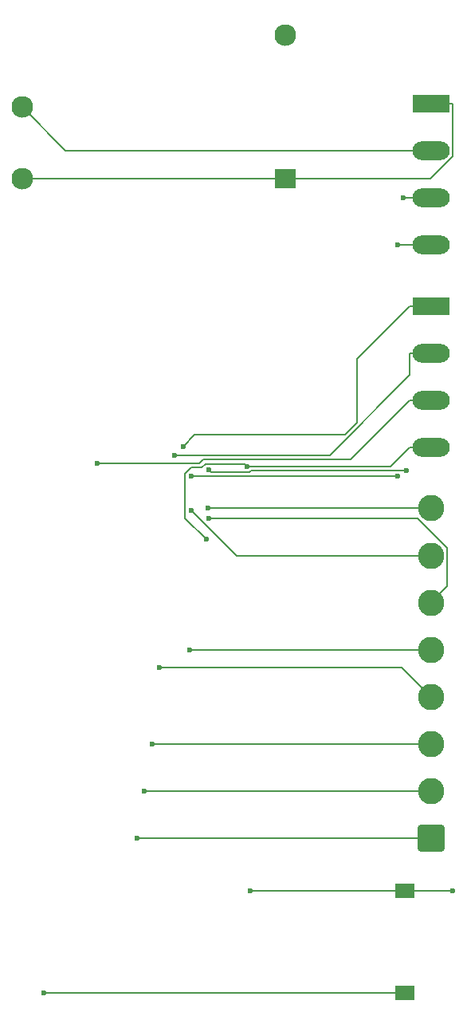
<source format=gbr>
%TF.GenerationSoftware,KiCad,Pcbnew,8.0.8*%
%TF.CreationDate,2025-02-08T14:15:15-05:00*%
%TF.ProjectId,Project_PCB_Subsystem,50726f6a-6563-4745-9f50-43425f537562,rev?*%
%TF.SameCoordinates,Original*%
%TF.FileFunction,Copper,L2,Bot*%
%TF.FilePolarity,Positive*%
%FSLAX46Y46*%
G04 Gerber Fmt 4.6, Leading zero omitted, Abs format (unit mm)*
G04 Created by KiCad (PCBNEW 8.0.8) date 2025-02-08 14:15:15*
%MOMM*%
%LPD*%
G01*
G04 APERTURE LIST*
G04 Aperture macros list*
%AMRoundRect*
0 Rectangle with rounded corners*
0 $1 Rounding radius*
0 $2 $3 $4 $5 $6 $7 $8 $9 X,Y pos of 4 corners*
0 Add a 4 corners polygon primitive as box body*
4,1,4,$2,$3,$4,$5,$6,$7,$8,$9,$2,$3,0*
0 Add four circle primitives for the rounded corners*
1,1,$1+$1,$2,$3*
1,1,$1+$1,$4,$5*
1,1,$1+$1,$6,$7*
1,1,$1+$1,$8,$9*
0 Add four rect primitives between the rounded corners*
20,1,$1+$1,$2,$3,$4,$5,0*
20,1,$1+$1,$4,$5,$6,$7,0*
20,1,$1+$1,$6,$7,$8,$9,0*
20,1,$1+$1,$8,$9,$2,$3,0*%
G04 Aperture macros list end*
%TA.AperFunction,ComponentPad*%
%ADD10RoundRect,0.250001X1.149999X-1.149999X1.149999X1.149999X-1.149999X1.149999X-1.149999X-1.149999X0*%
%TD*%
%TA.AperFunction,ComponentPad*%
%ADD11C,2.800000*%
%TD*%
%TA.AperFunction,ComponentPad*%
%ADD12R,3.960000X1.980000*%
%TD*%
%TA.AperFunction,ComponentPad*%
%ADD13O,3.960000X1.980000*%
%TD*%
%TA.AperFunction,ComponentPad*%
%ADD14R,2.300000X2.000000*%
%TD*%
%TA.AperFunction,ComponentPad*%
%ADD15C,2.300000*%
%TD*%
%TA.AperFunction,SMDPad,CuDef*%
%ADD16R,2.000000X1.500000*%
%TD*%
%TA.AperFunction,ViaPad*%
%ADD17C,0.600000*%
%TD*%
%TA.AperFunction,Conductor*%
%ADD18C,0.200000*%
%TD*%
G04 APERTURE END LIST*
D10*
%TO.P,KS1,1,Pin_1*%
%TO.N,Net-(KS1-Pin_1)*%
X199000000Y-119000000D03*
D11*
%TO.P,KS1,2,Pin_2*%
%TO.N,Net-(KS1-Pin_2)*%
X199000000Y-114000000D03*
%TO.P,KS1,3,Pin_3*%
%TO.N,Net-(KS1-Pin_3)*%
X199000000Y-109000000D03*
%TO.P,KS1,4,Pin_4*%
%TO.N,Net-(KS1-Pin_4)*%
X199000000Y-104000000D03*
%TO.P,KS1,5,Pin_5*%
%TO.N,Net-(KS1-Pin_5)*%
X199000000Y-99000000D03*
%TO.P,KS1,6,Pin_6*%
%TO.N,Net-(KS1-Pin_6)*%
X199000000Y-94000000D03*
%TO.P,KS1,7,Pin_7*%
%TO.N,Net-(KS1-Pin_7)*%
X199000000Y-89000000D03*
%TO.P,KS1,8,Pin_8*%
%TO.N,Net-(KS1-Pin_8)*%
X199000000Y-84000000D03*
%TD*%
D12*
%TO.P,LS1,1,Pin_1*%
%TO.N,GND*%
X199000000Y-41000000D03*
D13*
%TO.P,LS1,2,Pin_2*%
%TO.N,VCC*%
X199000000Y-46000000D03*
%TO.P,LS1,3,Pin_3*%
%TO.N,Net-(LS1-Pin_3)*%
X199000000Y-51000000D03*
%TO.P,LS1,4,Pin_4*%
%TO.N,Net-(LS1-Pin_4)*%
X199000000Y-56000000D03*
%TD*%
D14*
%TO.P,PS1,1,AC/N*%
%TO.N,GND*%
X183500000Y-48982500D03*
D15*
%TO.P,PS1,2,AC/L*%
%TO.N,AC*%
X183500000Y-33782500D03*
%TO.P,PS1,3,-Vo*%
%TO.N,GND*%
X155500000Y-48982500D03*
%TO.P,PS1,4,+Vo*%
%TO.N,VCC*%
X155500000Y-41382500D03*
%TD*%
D12*
%TO.P,US1,1,Pin_1*%
%TO.N,Net-(U1-IO9)*%
X199000000Y-62500000D03*
D13*
%TO.P,US1,2,Pin_2*%
%TO.N,Net-(U1-IO8)*%
X199000000Y-67500000D03*
%TO.P,US1,3,Pin_3*%
%TO.N,VCC*%
X199000000Y-72500000D03*
%TO.P,US1,4,Pin_4*%
%TO.N,GND*%
X199000000Y-77500000D03*
%TD*%
D16*
%TO.P,SPK1,1,1*%
%TO.N,Net-(RV1-Pad1)*%
X196200000Y-135400000D03*
%TO.P,SPK1,2,2*%
%TO.N,VCC*%
X196200000Y-124600000D03*
%TD*%
D17*
%TO.N,GND*%
X175101700Y-87302600D03*
X179407900Y-79540500D03*
%TO.N,VCC*%
X201281700Y-124600000D03*
X179750000Y-124600000D03*
X163512700Y-79182200D03*
%TO.N,Net-(KS1-Pin_1)*%
X167700000Y-119000000D03*
%TO.N,Net-(KS1-Pin_8)*%
X175306200Y-84000000D03*
%TO.N,Net-(KS1-Pin_3)*%
X169300000Y-109000000D03*
%TO.N,Net-(KS1-Pin_4)*%
X170100000Y-100860600D03*
%TO.N,Net-(KS1-Pin_5)*%
X173300000Y-99000000D03*
%TO.N,Net-(KS1-Pin_6)*%
X175339100Y-85066400D03*
%TO.N,Net-(KS1-Pin_2)*%
X168500000Y-114000000D03*
%TO.N,Net-(KS1-Pin_7)*%
X173495400Y-84220600D03*
%TO.N,Net-(LS1-Pin_4)*%
X195437300Y-80543900D03*
X195437300Y-56000000D03*
X173484300Y-80543900D03*
%TO.N,Net-(LS1-Pin_3)*%
X196038700Y-51000000D03*
X196316600Y-79942200D03*
X175327100Y-79898100D03*
%TO.N,Net-(RV1-Pad1)*%
X157850000Y-135400000D03*
%TO.N,Net-(U1-IO9)*%
X172650000Y-77429800D03*
%TO.N,Net-(U1-IO8)*%
X171741100Y-78378800D03*
%TD*%
D18*
%TO.N,GND*%
X174629100Y-79680200D02*
X173477400Y-79680200D01*
X194677800Y-79540500D02*
X179407900Y-79540500D01*
X183500000Y-48982500D02*
X198896100Y-48982500D01*
X179139200Y-79271800D02*
X175037500Y-79271800D01*
X201281700Y-46596900D02*
X201281700Y-41000000D01*
X198896100Y-48982500D02*
X201281700Y-46596900D01*
X199000000Y-77500000D02*
X196718300Y-77500000D01*
X155500000Y-48982500D02*
X183500000Y-48982500D01*
X173477400Y-79680200D02*
X172842500Y-80315100D01*
X175037500Y-79271800D02*
X174629100Y-79680200D01*
X199000000Y-41000000D02*
X201281700Y-41000000D01*
X172842500Y-80315100D02*
X172842500Y-85043400D01*
X196718300Y-77500000D02*
X194677800Y-79540500D01*
X179407900Y-79540500D02*
X179139200Y-79271800D01*
X172842500Y-85043400D02*
X175101700Y-87302600D01*
%TO.N,VCC*%
X197501700Y-124600000D02*
X201281700Y-124600000D01*
X174358900Y-79182200D02*
X163512700Y-79182200D01*
X199000000Y-46000000D02*
X160117500Y-46000000D01*
X196200000Y-124600000D02*
X197501700Y-124600000D01*
X160117500Y-46000000D02*
X155500000Y-41382500D01*
X196718300Y-72500000D02*
X190437800Y-78780500D01*
X190437800Y-78780500D02*
X174760600Y-78780500D01*
X179750000Y-124600000D02*
X196200000Y-124600000D01*
X199000000Y-72500000D02*
X196718300Y-72500000D01*
X174760600Y-78780500D02*
X174358900Y-79182200D01*
%TO.N,Net-(KS1-Pin_1)*%
X199000000Y-119000000D02*
X167700000Y-119000000D01*
%TO.N,Net-(KS1-Pin_8)*%
X199000000Y-84000000D02*
X175306200Y-84000000D01*
%TO.N,Net-(KS1-Pin_3)*%
X199000000Y-109000000D02*
X169300000Y-109000000D01*
%TO.N,Net-(KS1-Pin_4)*%
X195860600Y-100860600D02*
X170100000Y-100860600D01*
X199000000Y-104000000D02*
X195860600Y-100860600D01*
%TO.N,Net-(KS1-Pin_5)*%
X199000000Y-99000000D02*
X173300000Y-99000000D01*
%TO.N,Net-(KS1-Pin_6)*%
X200702000Y-88206000D02*
X197562400Y-85066400D01*
X200702000Y-92298000D02*
X200702000Y-88206000D01*
X199000000Y-94000000D02*
X200702000Y-92298000D01*
X197562400Y-85066400D02*
X175339100Y-85066400D01*
%TO.N,Net-(KS1-Pin_2)*%
X199000000Y-114000000D02*
X168500000Y-114000000D01*
%TO.N,Net-(KS1-Pin_7)*%
X199000000Y-89000000D02*
X178274800Y-89000000D01*
X178274800Y-89000000D02*
X173495400Y-84220600D01*
%TO.N,Net-(LS1-Pin_4)*%
X195437300Y-80543900D02*
X173484300Y-80543900D01*
X199000000Y-56000000D02*
X196718300Y-56000000D01*
X196718300Y-56000000D02*
X195437300Y-56000000D01*
%TO.N,Net-(LS1-Pin_3)*%
X175327100Y-79898100D02*
X175571200Y-80142200D01*
X179859500Y-79942200D02*
X196316600Y-79942200D01*
X179659500Y-80142200D02*
X179859500Y-79942200D01*
X175571200Y-80142200D02*
X179659500Y-80142200D01*
X199000000Y-51000000D02*
X196038700Y-51000000D01*
%TO.N,Net-(RV1-Pad1)*%
X196200000Y-135400000D02*
X157850000Y-135400000D01*
%TO.N,Net-(U1-IO9)*%
X173869100Y-76210700D02*
X172650000Y-77429800D01*
X196718300Y-62500000D02*
X191088400Y-68129900D01*
X199000000Y-62500000D02*
X196718300Y-62500000D01*
X191088400Y-74922200D02*
X189799900Y-76210700D01*
X189799900Y-76210700D02*
X173869100Y-76210700D01*
X191088400Y-68129900D02*
X191088400Y-74922200D01*
%TO.N,Net-(U1-IO8)*%
X188199800Y-78378800D02*
X171741100Y-78378800D01*
X196718300Y-67500000D02*
X196718300Y-69860300D01*
X199000000Y-67500000D02*
X196718300Y-67500000D01*
X196718300Y-69860300D02*
X188199800Y-78378800D01*
%TD*%
M02*

</source>
